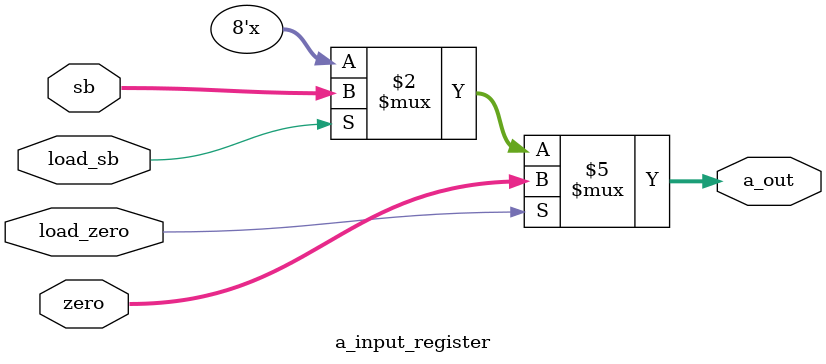
<source format=v>
/*
 *                                        A_INPUT_REGISTER
 *
 *                                   Copyright (c) 2021 Kevin Lynch
 *                             This file is licensed under the MIT license
 *
 *  The a-side input register to the ALU.
 *  The a-side register has two input sources and one always-on output.
 *  The two input sources are: a) all zeros or b) special bus.
 */
module a_input_register(load_zero, load_sb, zero, sb, a_out);
  input load_zero;        //net: 984; aka zero_add
  input load_sb;          //net: 549; aka sb_add
  input [7:0] zero;       //all zeros
  input [7:0] sb;         //special data bus
  output reg [7:0] a_out; //goes to the alu

  always @(*)
    begin
      if (load_zero)
        a_out <= zero;
      else if (load_sb)
        a_out <= sb;
    end
endmodule

</source>
